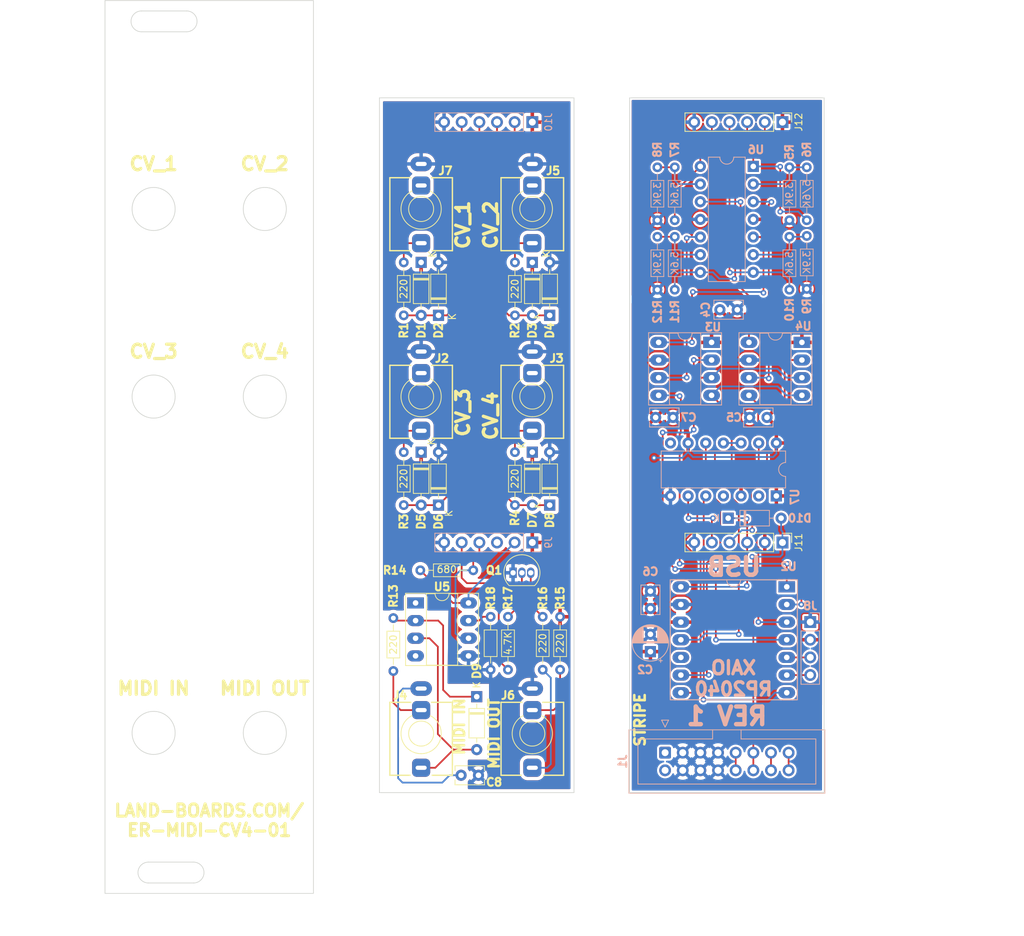
<source format=kicad_pcb>
(kicad_pcb (version 20211014) (generator pcbnew)
  (title_block (title "SYNTH MIDI COMTROLLER") (date "2022-09-23") (rev "1") (company "LAND BOARDS, LLC"))
  (layers (0 "F.Cu" signal) (31 "B.Cu" signal) (34 "B.Paste" user) (35 "F.Paste" user) (36 "B.SilkS" user "B.Silkscreen") (37 "F.SilkS" user "F.Silkscreen") (38 "B.Mask" user) (39 "F.Mask" user) (44 "Edge.Cuts" user))
  (net 0 "")
  (net 1 "+3V3")
  (net 2 "+5V")
  (net 4 "+12V")
  (net 9 "/RXD")
  (net 10 "/MIDI_IN")
  (net 11 "/CV_OUT")
  (net 12 "/GATE_OUT")
  (net 13 "Net-(Q1-Pad3)")
  (net 14 "/CV4")
  (net 15 "/CV3")
  (net 16 "Net-(J8-Pad3)")
  (net 17 "/CV1")
  (net 18 "Net-(J8-Pad4)")
  (net 19 "/CV2")
  (net 22 "GND")
  (net 23 "Net-(U2-Pad7)")
  (net 26 "/LD34*")
  (net 27 "/LD12*")
  (net 28 "/SCK")
  (net 29 "/MOSI")
  (net 30 "Net-(R5-Pad2)")
  (net 31 "Net-(R7-Pad1)")
  (net 32 "Net-(R10-Pad1)")
  (net 33 "Net-(R11-Pad1)")
  (net 35 "Net-(U7-Pad11)")
  (net 36 "/AOUT4")
  (net 37 "/AOUT3")
  (net 38 "/AOUT2")
  (net 39 "/AOUT1")
  (net 40 "/MIDI_GND")
  (net 41 "/MIDI_RTN")
  (net 42 "/CS12*")
  (net 43 "/CS34*")
  (net 46 "/MIDI_RES")
  (net 47 "/MO5")
  (net 48 "/MOLO")
  (net 49 "/RBO")
  (net 50 "/OBF")
  (net 51 "+5VD")
  (net 52 "/CV1_C")
  (net 53 "/CV2_C")
  (net 54 "/CV3_C")
  (net 55 "/CV4_C")
  (net 56 "/CV2_D")
  (net 57 "/CV1_D")
  (net 58 "/CV3_D")
  (net 59 "/CV4_D")
  (net 60 "/OPTOUT-C")
  (net 61 "/RBI-C")
  (net 62 "/OPTOUT-D")
  (net 63 "/RBI-D")
  (footprint "Diode_THT:D_DO-35_SOD27_P7.62mm_Horizontal" (layer "F.Cu") (at 89.5 90.62 90)
    (fp_text reference "D8")
    (fp_text value "BAT41")
  )
  (footprint "Diode_THT:D_DO-35_SOD27_P7.62mm_Horizontal" (layer "F.Cu") (at 73.5 63.31 90)
    (fp_text reference "D2")
    (fp_text value "BAT41")
  )
  (footprint "Resistor_THT:R_Axial_DIN0204_L3.6mm_D1.6mm_P7.62mm_Horizontal" (layer "F.Cu") (at 84.5 63.31 90)
    (fp_text reference "R2")
    (fp_text value "220")
  )
  (footprint "Capacitor_THT:C_Rect_L4.0mm_W2.5mm_P2.50mm" (layer "F.Cu") (at 76.75 129.5)
    (fp_text reference "C8")
    (fp_text value "0.1uF")
  )
  (footprint "Resistor_THT:R_Axial_DIN0204_L3.6mm_D1.6mm_P7.62mm_Horizontal" (layer "F.Cu") (at 84.5 90.62 90)
    (fp_text reference "R4")
    (fp_text value "220")
  )
  (footprint "Resistor_THT:R_Axial_DIN0204_L3.6mm_D1.6mm_P7.62mm_Horizontal" (layer "F.Cu") (at 67 114.5 90)
    (fp_text reference "R13")
    (fp_text value "220")
  )
  (footprint "AudioJacks:Jack_3.5mm_QingPu_WQP-PJ366ST_Vertical" (layer "F.Cu") (at 87 75 180)
    (fp_text reference "J3")
    (fp_text value "AudioJack3")
  )
  (footprint "Package_DIP:DIP-8_W7.62mm_Socket_LongPads" (layer "F.Cu") (at 70.2 104.7)
    (fp_text reference "U5")
    (fp_text value "6N138")
  )
  (footprint "AudioJacks:Jack_3.5mm_QingPu_WQP-PJ366ST_Vertical" (layer "F.Cu") (at 87 48 180)
    (fp_text reference "J5")
    (fp_text value "AudioJack3")
  )
  (footprint "Diode_THT:D_DO-35_SOD27_P7.62mm_Horizontal" (layer "F.Cu") (at 87 55.69 -90)
    (fp_text reference "D3")
    (fp_text value "BAT41")
  )
  (footprint "Diode_THT:D_DO-35_SOD27_P7.62mm_Horizontal" (layer "F.Cu") (at 79 118.19 -90)
    (fp_text reference "D9")
    (fp_text value "BAT41")
  )
  (footprint "Resistor_THT:R_Axial_DIN0204_L3.6mm_D1.6mm_P7.62mm_Horizontal" (layer "F.Cu") (at 68.5 63.31 90)
    (fp_text reference "R1")
    (fp_text value "220")
  )
  (footprint "Diode_THT:D_DO-35_SOD27_P7.62mm_Horizontal" (layer "F.Cu") (at 71 55.69 -90)
    (fp_text reference "D1")
    (fp_text value "BAT41")
  )
  (footprint "Diode_THT:D_DO-35_SOD27_P7.62mm_Horizontal" (layer "F.Cu") (at 87 83 -90)
    (fp_text reference "D7")
    (fp_text value "BAT41")
  )
  (footprint "Diode_THT:D_DO-35_SOD27_P7.62mm_Horizontal" (layer "F.Cu") (at 73.5 90.62 90)
    (fp_text reference "D6")
    (fp_text value "BAT41")
  )
  (footprint "AudioJacks:Jack_3.5mm_QingPu_WQP-PJ366ST_Vertical" (layer "F.Cu") (at 87 123.5 180)
    (fp_text reference "J6")
    (fp_text value "AudioJack3")
  )
  (footprint "Resistor_THT:R_Axial_DIN0204_L3.6mm_D1.6mm_P7.62mm_Horizontal" (layer "F.Cu") (at 68.5 90.62 90)
    (fp_text reference "R3")
    (fp_text value "220")
  )
  (footprint "Diode_THT:D_DO-35_SOD27_P7.62mm_Horizontal" (layer "F.Cu") (at 89.5 63.31 90)
    (fp_text reference "D4")
    (fp_text value "BAT41")
  )
  (footprint "Resistor_THT:R_Axial_DIN0204_L3.6mm_D1.6mm_P7.62mm_Horizontal" (layer "F.Cu") (at 88.5 106.69 -90)
    (fp_text reference "R16")
    (fp_text value "220")
  )
  (footprint "Package_TO_SOT_THT:TO-92_Inline" (layer "F.Cu") (at 84.23 100.36)
    (fp_text reference "Q1")
    (fp_text value "2N3904")
  )
  (footprint "Diode_THT:D_DO-35_SOD27_P7.62mm_Horizontal" (layer "F.Cu") (at 71 83 -90)
    (fp_text reference "D5")
    (fp_text value "BAT41")
  )
  (footprint "Connector_PinHeader_2.54mm:PinHeader_1x06_P2.54mm_Vertical" (layer "F.Cu") (at 123 96 -90)
    (fp_text reference "J11")
    (fp_text value "Conn_01x06")
  )
  (footprint "Resistor_THT:R_Axial_DIN0204_L3.6mm_D1.6mm_P7.62mm_Horizontal" (layer "F.Cu") (at 78.5 100 180)
    (fp_text reference "R14")
    (fp_text value "680")
  )
  (footprint "AudioJacks:Jack_3.5mm_QingPu_WQP-PJ366ST_Vertical" (layer "F.Cu") (at 71 123.5 180)
    (fp_text reference "J4")
    (fp_text value "AudioJack3")
  )
  (footprint "Connector_PinHeader_2.54mm:PinHeader_1x06_P2.54mm_Vertical" (layer "F.Cu") (at 123 35.5 -90)
    (fp_text reference "J12")
    (fp_text value "Conn_01x06")
  )
  (footprint "Resistor_THT:R_Axial_DIN0204_L3.6mm_D1.6mm_P7.62mm_Horizontal" (layer "F.Cu") (at 91 114.31 90)
    (fp_text reference "R15")
    (fp_text value "220")
  )
  (footprint "AudioJacks:Jack_3.5mm_QingPu_WQP-PJ366ST_Vertical" (layer "F.Cu") (at 71 75 180)
    (fp_text reference "J2")
    (fp_text value "AudioJack3")
  )
  (footprint "Resistor_THT:R_Axial_DIN0204_L3.6mm_D1.6mm_P7.62mm_Horizontal" (layer "F.Cu") (at 81 106.69 -90)
    (fp_text reference "R18")
    (fp_text value "1K")
  )
  (footprint "AudioJacks:Jack_3.5mm_QingPu_WQP-PJ366ST_Vertical" (layer "F.Cu") (at 71 48 180)
    (fp_text reference "J7")
    (fp_text value "AudioJack3")
  )
  (footprint "Resistor_THT:R_Axial_DIN0204_L3.6mm_D1.6mm_P7.62mm_Horizontal" (layer "F.Cu") (at 83.5 106.69 -90)
    (fp_text reference "R17")
    (fp_text value "4.7K")
  )
  (footprint "Capacitor_THT:CP_Radial_D5.0mm_P2.50mm" (layer "B.Cu") (at 104 111.705113 90)
    (fp_text reference "C2")
    (fp_text value "10uF")
  )
  (footprint "Resistor_THT:R_Axial_DIN0204_L3.6mm_D1.6mm_P7.62mm_Horizontal" (layer "B.Cu") (at 107.5 52 -90)
    (fp_text reference "R11")
    (fp_text value "5.6K")
  )
  (footprint "Resistor_THT:R_Axial_DIN0204_L3.6mm_D1.6mm_P7.62mm_Horizontal" (layer "B.Cu") (at 124 52 -90)
    (fp_text reference "R10")
    (fp_text value "5.6K")
  )
  (footprint "Capacitor_THT:C_Rect_L4.0mm_W2.5mm_P2.50mm" (layer "B.Cu") (at 120.777 78 180)
    (fp_text reference "C5")
    (fp_text value "0.1uF")
  )
  (footprint "Connector_PinHeader_2.54mm:PinHeader_1x06_P2.54mm_Vertical" (layer "B.Cu") (at 87 35.5 90)
    (fp_text reference "J10")
    (fp_text value "Conn_01x06")
  )
  (footprint "Resistor_THT:R_Axial_DIN0204_L3.6mm_D1.6mm_P7.62mm_Horizontal" (layer "B.Cu") (at 107.5 42 -90)
    (fp_text reference "R7")
    (fp_text value "5.6K")
  )
  (footprint "Package_DIP:DIP-8_W7.62mm_Socket_LongPads" (layer "B.Cu") (at 112.8 67.2 180)
    (fp_text reference "U3")
    (fp_text value "MCP4822-E/P")
  )
  (footprint "Diode_THT:D_DO-35_SOD27_P7.62mm_Horizontal" (layer "B.Cu") (at 115.19 92.5)
    (fp_text reference "D10")
    (fp_text value "BAT41")
  )
  (footprint "Capacitor_THT:C_Rect_L4.0mm_W2.5mm_P2.50mm" (layer "B.Cu") (at 104.75 78)
    (fp_text reference "C7")
    (fp_text value "0.1uF")
  )
  (footprint "Package_DIP:DIP-8_W7.62mm_Socket_LongPads" (layer "B.Cu") (at 125.8 67.2 180)
    (fp_text reference "U4")
    (fp_text value "MCP4822-E/P")
  )
  (footprint "Resistor_THT:R_Axial_DIN0204_L3.6mm_D1.6mm_P7.62mm_Horizontal" (layer "B.Cu") (at 126.5 42 -90)
    (fp_text reference "R6")
    (fp_text value "5/6K")
  )
  (footprint "Package_DIP:DIP-14_W7.62mm" (layer "B.Cu") (at 118.8 41.875 180)
    (fp_text reference "U6")
    (fp_text value "MCP6234")
  )
  (footprint "Resistor_THT:R_Axial_DIN0204_L3.6mm_D1.6mm_P7.62mm_Horizontal" (layer "B.Cu") (at 124 49.62 90)
    (fp_text reference "R5")
    (fp_text value "3.9K")
  )
  (footprint "Connector_IDC:IDC-Header_2x08_P2.54mm_Vertical" (layer "B.Cu") (at 106.11 126.2475 -90)
    (fp_text reference "J1")
    (fp_text value "Conn_02x08_Odd_Even")
  )
  (footprint "LandBoards_BoardOutlines:QT_Py" (layer "B.Cu") (at 123.62 102.38 180)
    (fp_text reference "U2")
    (fp_text value "XIAO_RP2040")
  )
  (footprint "Capacitor_THT:C_Rect_L4.0mm_W2.5mm_P2.50mm" (layer "B.Cu") (at 114 62.5)
    (fp_text reference "C4")
    (fp_text value "0.1uF")
  )
  (footprint "Capacitor_THT:C_Rect_L4.0mm_W2.5mm_P2.50mm" (layer "B.Cu") (at 104 105.5 90)
    (fp_text reference "C6")
    (fp_text value "0.1uF")
  )
  (footprint "Connector_PinHeader_2.54mm:PinHeader_1x04_P2.54mm_Vertical" (layer "B.Cu") (at 127 107.452 180)
    (fp_text reference "J8")
    (fp_text value "Conn_01x04")
  )
  (footprint "Resistor_THT:R_Axial_DIN0204_L3.6mm_D1.6mm_P7.62mm_Horizontal" (layer "B.Cu") (at 105 49.62 90)
    (fp_text reference "R8")
    (fp_text value "3.9K")
  )
  (footprint "Connector_PinHeader_2.54mm:PinHeader_1x06_P2.54mm_Vertical" (layer "B.Cu") (at 87 96 90)
    (fp_text reference "J9")
    (fp_text value "Conn_01x06")
  )
  (footprint "Resistor_THT:R_Axial_DIN0204_L3.6mm_D1.6mm_P7.62mm_Horizontal" (layer "B.Cu") (at 126.5 59.5 90)
    (fp_text reference "R9")
    (fp_text value "3.9K")
  )
  (footprint "Resistor_THT:R_Axial_DIN0204_L3.6mm_D1.6mm_P7.62mm_Horizontal" (layer "B.Cu") (at 105 59.62 90)
    (fp_text reference "R12")
    (fp_text value "3.9K")
  )
  (footprint "Package_DIP:DIP-14_W7.62mm" (layer "B.Cu") (at 122.125 89.3 90)
    (fp_text reference "U7")
    (fp_text value "74HC14")
  )
  (gr_circle (center 48.5 75) (end 51.6 75) (layer "Edge.Cuts") (width 0.1) (fill none))
  (gr_arc (start 37.25 19.5) (mid 38.75 21) (end 37.25 22.5) (layer "Edge.Cuts") (width 0.1))
  (gr_rect (start 101 32) (end 129 132) (layer "Edge.Cuts") (width 0.1) (fill none))
  (gr_line (start 30.75 19.5) (end 37.25 19.5) (layer "Edge.Cuts") (width 0.1))
  (gr_arc (start 31.75 145) (mid 30.25 143.5) (end 31.75 142) (layer "Edge.Cuts") (width 0.1))
  (gr_rect (start 25.5 18) (end 55.5 146.5) (layer "Edge.Cuts") (width 0.1) (fill none))
  (gr_circle (center 32.5 48) (end 35.6 48) (layer "Edge.Cuts") (width 0.1) (fill none))
  (gr_circle (center 48.5 123.4) (end 51.6 123.4) (layer "Edge.Cuts") (width 0.1) (fill none))
  (gr_line (start 30.75 22.5) (end 37.25 22.5) (layer "Edge.Cuts") (width 0.1))
  (gr_line (start 31.75 142) (end 38.25 142) (layer "Edge.Cuts") (width 0.1))
  (gr_line (start 31.75 145) (end 38.25 145) (layer "Edge.Cuts") (width 0.1))
  (gr_circle (center 32.5 75) (end 35.6 75) (layer "Edge.Cuts") (width 0.1) (fill none))
  (gr_rect (start 65 32) (end 93 132) (layer "Edge.Cuts") (width 0.1) (fill none))
  (gr_arc (start 30.75 22.5) (mid 29.25 21) (end 30.75 19.5) (layer "Edge.Cuts") (width 0.1))
  (gr_circle (center 32.5 123.4) (end 35.6 123.4) (layer "Edge.Cuts") (width 0.1) (fill none))
  (gr_circle (center 48.5 48) (end 51.6 48) (layer "Edge.Cuts") (width 0.1) (fill none))
  (gr_arc (start 38.25 142) (mid 39.75 143.5) (end 38.25 145) (layer "Edge.Cuts") (width 0.1))
  (gr_text "XAIO\nRP2040" (at 115.951 115.57) (layer "B.SilkS") (effects (font (size 1.905 1.905) (thickness 0.47625)) (justify mirror)))
  (gr_text "REV 1" (at 115 121) (layer "B.SilkS") (effects (font (size 2.54 2.54) (thickness 0.635)) (justify mirror)))
  (gr_text "USB" (at 116 99.5) (layer "B.SilkS") (effects (font (size 2.54 2.54) (thickness 0.635)) (justify mirror)))
  (gr_text "STRIPE" (at 102.5 121.5 90) (layer "F.SilkS") (effects (font (size 1.5 1.5) (thickness 0.375))))
  (gr_text "MIDI OUT" (at 48.5 117) (layer "F.SilkS") (effects (font (size 1.8796 1.905) (thickness 0.4699))))
  (gr_text "CV_3" (at 77 81 90) (layer "F.SilkS") (effects (font (size 1.8796 1.905) (thickness 0.4699)) (justify left)))
  (gr_text "CV_1" (at 77 54 90) (layer "F.SilkS") (effects (font (size 1.8796 1.905) (thickness 0.4699)) (justify left)))
  (gr_text "MIDI IN" (at 32.5 117) (layer "F.SilkS") (effects (font (size 1.8796 1.905) (thickness 0.4699))))
  (gr_text "CV_2\n" (at 48.5 41.5) (layer "F.SilkS") (effects (font (size 1.8796 1.905) (thickness 0.4699))))
  (gr_text "MIDI OUT" (at 81.5 123.5 90) (layer "F.SilkS") (effects (font (size 1.5 1.5) (thickness 0.375))))
  (gr_text "CV_4" (at 81 81.5 90) (layer "F.SilkS") (effects (font (size 1.905 1.905) (thickness 0.47625)) (justify left)))
  (gr_text "CV_4" (at 48.5 68.5) (layer "F.SilkS") (effects (font (size 1.8796 1.905) (thickness 0.4699))))
  (gr_text "CV_3" (at 32.5 68.5) (layer "F.SilkS") (effects (font (size 1.8796 1.905) (thickness 0.4699))))
  (gr_text "CV_2" (at 81 54 90) (layer "F.SilkS") (effects (font (size 1.8796 1.905) (thickness 0.4699)) (justify left)))
  (gr_text "MIDI IN" (at 76.5 122.5 90) (layer "F.SilkS") (effects (font (size 1.5 1.5) (thickness 0.375))))
  (gr_text "LAND-BOARDS.COM/\nER-MIDI-CV4-01" (at 40.5 136) (layer "F.SilkS") (effects (font (size 1.75 1.75) (thickness 0.4375))))
  (gr_text "CV_1" (at 32.5 41.5) (layer "F.SilkS") (effects (font (size 1.8796 1.905) (thickness 0.4699))))
  (segment (start 77.82 104.7) (end 75.58 104.7) (width 0.25) (layer "F.Cu") (net 1))
  (segment (start 75.58 104.7) (end 70.88 100) (width 0.25) (layer "F.Cu") (net 1))
  (via (at 104.521 83.82) (size 0.8) (drill 0.4) (layers "F.Cu" "B.Cu") (net 1))
  (segment (start 122.125 83.234) (end 122.125 81.68) (width 0.25) (layer "B.Cu") (net 1))
  (segment (start 108.585 83.82) (end 104.521 83.82) (width 0.25) (layer "B.Cu") (net 1))
  (segment (start 109.425 83.009) (end 110.109 83.693) (width 0.25) (layer "B.Cu") (net 1))
  (segment (start 108.585 83.82) (end 109.425 82.98) (width 0.25) (layer "B.Cu") (net 1))
  (segment (start 81.086 99.374) (end 84.46 96) (width 0.25) (layer "B.Cu") (net 1))
  (segment (start 77.82 104.7) (end 77.82 103.282) (width 0.25) (layer "B.Cu") (net 1))
  (segment (start 81.086 100.016) (end 81.086 99.374) (width 0.25) (layer "B.Cu") (net 1))
  (segment (start 109.425 81.68) (end 109.425 83.009) (width 0.25) (layer "B.Cu") (net 1))
  (segment (start 77.82 103.282) (end 81.086 100.016) (width 0.25) (layer "B.Cu") (net 1))
  (segment (start 121.666 83.693) (end 122.125 83.234) (width 0.25) (layer "B.Cu") (net 1))
  (segment (start 110.109 83.693) (end 121.666 83.693) (width 0.25) (layer "B.Cu") (net 1))
  (segment (start 118.81 126.2475) (end 118.81 98.2095) (width 0.25) (layer "F.Cu") (net 2))
  (segment (start 118.81 98.2095) (end 118.6445 98.044) (width 0.25) (layer "F.Cu") (net 2))
  (segment (start 118.81 128.7875) (end 118.81 126.2475) (width 0.25) (layer "F.Cu") (net 2))
  (via (at 118.6445 98.044) (size 0.8) (drill 0.4) (layers "F.Cu" "B.Cu") (net 2))
  (segment (start 123 97.726) (end 123 96) (width 0.25) (layer "B.Cu") (net 2))
  (segment (start 122.81 94.235) (end 123 94.425) (width 0.25) (layer "B.Cu") (net 2))
  (segment (start 122.81 92.5) (end 122.81 94.235) (width 0.25) (layer "B.Cu") (net 2))
  (segment (start 118.6445 98.044) (end 122.682 98.044) (width 0.25) (layer "B.Cu") (net 2))
  (segment (start 123 96) (end 123 94.425) (width 0.25) (layer "B.Cu") (net 2))
  (segment (start 122.682 98.044) (end 123 97.726) (width 0.25) (layer "B.Cu") (net 2))
  (segment (start 116.27 128.7875) (end 116.27 126.2475) (width 0.25) (layer "F.Cu") (net 4))
  (segment (start 110.472 117.62) (end 111.215969 116.876031) (width 0.25) (layer "F.Cu") (net 9))
  (segment (start 110.744 93.89499) (end 110.744 86.233) (width 0.25) (layer "F.Cu") (net 9))
  (segment (start 111.215969 98.576979) (end 109.125489 96.486499) (width 0.25) (layer "F.Cu") (net 9))
  (segment (start 111.965 81.68) (end 111.965 85.012) (width 0.25) (layer "F.Cu") (net 9))
  (segment (start 111.965 85.012) (end 110.744 86.233) (width 0.25) (layer "F.Cu") (net 9))
  (segment (start 109.125489 95.513501) (end 110.744 93.89499) (width 0.25) (layer "F.Cu") (net 9))
  (segment (start 111.215969 116.876031) (end 111.215969 98.576979) (width 0.25) (layer "F.Cu") (net 9))
  (segment (start 108.38 117.62) (end 110.472 117.62) (width 0.25) (layer "F.Cu") (net 9))
  (segment (start 109.125489 96.486499) (end 109.125489 95.513501) (width 0.25) (layer "F.Cu") (net 9))
  (segment (start 67 114.5) (end 67 119.07) (width 0.25) (layer "F.Cu") (net 10))
  (segment (start 68.05 120.12) (end 71 120.12) (width 0.25) (layer "F.Cu") (net 10))
  (segment (start 67 119.07) (end 68.05 120.12) (width 0.25) (layer "F.Cu") (net 10))
  (segment (start 121.35 128.7875) (end 121.35 126.2475) (width 0.25) (layer "F.Cu") (net 11))
  (segment (start 123.89 128.7875) (end 123.89 126.2475) (width 0.25) (layer "F.Cu") (net 12))
  (segment (start 86.77 104.96) (end 88.5 106.69) (width 0.25) (layer "F.Cu") (net 13))
  (segment (start 86.77 100.36) (end 86.77 104.96) (width 0.25) (layer "F.Cu") (net 13))
  (segment (start 84.5 80.6) (end 84.5 83) (width 0.25) (layer "F.Cu") (net 14))
  (segment (start 85.18 79.92) (end 84.5 80.6) (width 0.25) (layer "F.Cu") (net 14))
  (segment (start 87 79.92) (end 85.18 79.92) (width 0.25) (layer "F.Cu") (net 14))
  (segment (start 69.145 79.92) (end 68.5 80.565) (width 0.25) (layer "F.Cu") (net 15))
  (segment (start 68.5 80.565) (end 68.5 83) (width 0.25) (layer "F.Cu") (net 15))
  (segment (start 71 79.92) (end 69.145 79.92) (width 0.25) (layer "F.Cu") (net 15))
  (segment (start 123.62 112.54) (end 126.992 112.54) (width 0.25) (layer "F.Cu") (net 16))
  (segment (start 69.08 52.92) (end 68.5 53.5) (width 0.25) (layer "F.Cu") (net 17))
  (segment (start 68.5 53.5) (end 68.5 55.69) (width 0.25) (layer "F.Cu") (net 17))
  (segment (start 71 52.92) (end 69.08 52.92) (width 0.25) (layer "F.Cu") (net 17))
  (segment (start 123.62 115.08) (end 126.992 115.08) (width 0.25) (layer "F.Cu") (net 18))
  (segment (start 84.5 53.549) (end 84.5 55.69) (width 0.25) (layer "F.Cu") (net 19))
  (segment (start 85.129 52.92) (end 84.5 53.549) (width 0.25) (layer "F.Cu") (net 19))
  (segment (start 87 52.92) (end 85.129 52.92) (width 0.25) (layer "F.Cu") (net 19))
  (segment (start 111.665489 89.599511) (end 111.665489 118.585511) (width 0.25) (layer "F.Cu") (net 23))
  (segment (start 111.665489 118.585511) (end 111.633 118.618) (width 0.25) (layer "F.Cu") (net 23))
  (via (at 111.633 118.618) (size 0.8) (drill 0.4) (layers "F.Cu" "B.Cu") (net 23))
  (segment (start 111.633 118.618) (end 120.904 118.618) (width 0.25) (layer "B.Cu") (net 23))
  (segment (start 120.904 118.618) (end 121.902 117.62) (width 0.25) (layer "B.Cu") (net 23))
  (segment (start 121.902 117.62) (end 123.62 117.62) (width 0.25) (layer "B.Cu") (net 23))
  (segment (start 123.698 99.06) (end 123.62 99.138) (width 0.25) (layer "F.Cu") (net 26))
  (segment (start 108.204 74.93) (end 108.374511 75.100511) (width 0.25) (layer "F.Cu") (net 26))
  (segment (start 108.374511 80.220489) (end 108.204 80.391) (width 0.25) (layer "F.Cu") (net 26))
  (segment (start 108.204 80.391) (end 108.204 99.06) (width 0.25) (layer "F.Cu") (net 26))
  (segment (start 123.62 99.138) (end 123.62 102.38) (width 0.25) (layer "F.Cu") (net 26))
  (segment (start 108.374511 75.100511) (end 108.374511 80.220489) (width 0.25) (layer "F.Cu") (net 26))
  (via (at 108.204 74.93) (size 0.8) (drill 0.4) (layers "F.Cu" "B.Cu") (net 26))
  (via (at 108.204 99.06) (size 0.8) (drill 0.4) (layers "F.Cu" "B.Cu") (net 26))
  (via (at 123.698 99.06) (size 0.8) (drill 0.4) (layers "F.Cu" "B.Cu") (net 26))
  (segment (start 108.204 99.06) (end 123.698 99.06) (width 0.25) (layer "B.Cu") (net 26))
  (segment (start 108.094 74.82) (end 108.204 74.93) (width 0.25) (layer "B.Cu") (net 26))
  (segment (start 105.18 74.82) (end 108.094 74.82) (width 0.25) (layer "B.Cu") (net 26))
  (segment (start 119.507 76.147) (end 118.18 74.82) (width 0.25) (layer "F.Cu") (net 27))
  (segment (start 119.5345 96.73551) (end 119.285489 96.486499) (width 0.25) (layer "F.Cu") (net 27))
  (segment (start 120.777 80.518) (end 119.507 79.248) (width 0.25) (layer "F.Cu") (net 27))
  (segment (start 120.777 93.091) (end 120.777 80.518) (width 0.25) (layer "F.Cu") (net 27))
  (segment (start 119.5345 107.442) (end 119.5345 96.73551) (width 0.25) (layer "F.Cu") (net 27))
  (segment (start 119.285489 94.582511) (end 120.777 93.091) (width 0.25) (layer "F.Cu") (net 27))
  (segment (start 119.285489 96.486499) (end 119.285489 94.582511) (width 0.25) (layer "F.Cu") (net 27))
  (segment (start 119.507 79.248) (end 119.507 76.147) (width 0.25) (layer "F.Cu") (net 27))
  (via (at 119.5345 107.442) (size 0.8) (drill 0.4) (layers "F.Cu" "B.Cu") (net 27))
  (segment (start 119.5525 107.46) (end 119.5345 107.442) (width 0.25) (layer "B.Cu") (net 27))
  (segment (start 123.62 107.46) (end 119.5525 107.46) (width 0.25) (layer "B.Cu") (net 27))
  (segment (start 114.046 97.028) (end 114.046 90.4313) (width 0.25) (layer "F.Cu") (net 28))
  (segment (start 113.284 89.6693) (end 113.284 79.375) (width 0.25) (layer "F.Cu") (net 28))
  (segment (start 112.115009 98.958991) (end 114.046 97.028) (width 0.25) (layer "F.Cu") (net 28))
  (segment (start 112.389989 115.062) (end 112.115009 114.78702) (width 0.25) (layer "F.Cu") (net 28))
  (segment (start 113.284 79.375) (end 110.871 76.962) (width 0.25) (layer "F.Cu") (net 28))
  (segment (start 110.871 76.962) (end 110.871 72.771) (width 0.25) (layer "F.Cu") (net 28))
  (segment (start 110.871 72.771) (end 111.362 72.28) (width 0.25) (layer "F.Cu") (net 28))
  (segment (start 112.115009 114.78702) (end 112.115009 98.958991) (width 0.25) (layer "F.Cu") (net 28))
  (segment (start 114.046 90.4313) (end 113.284 89.6693) (width 0.25) (layer "F.Cu") (net 28))
  (segment (start 111.362 72.28) (end 112.8 72.28) (width 0.25) (layer "F.Cu") (net 28))
  (via (at 112.389989 115.062) (size 0.8) (drill 0.4) (layers "F.Cu" "B.Cu") (net 28))
  (segment (start 112.371989 115.08) (end 112.389989 115.062) (width 0.25) (layer "B.Cu") (net 28))
  (segment (start 114.087 70.993) (end 122.301 70.993) (width 0.25) (layer "B.Cu") (net 28))
  (segment (start 112.8 72.28) (end 114.087 70.993) (width 0.25) (layer "B.Cu") (net 28))
  (segment (start 122.301 70.993) (end 123.588 72.28) (width 0.25) (layer "B.Cu") (net 28))
  (segment (start 108.38 115.08) (end 112.371989 115.08) (width 0.25) (layer "B.Cu") (net 28))
  (segment (start 123.588 72.28) (end 125.8 72.28) (width 0.25) (layer "B.Cu") (net 28))
  (segment (start 115.697 89.5423) (end 115.697 77.717) (width 0.25) (layer "F.Cu") (net 29))
  (segment (start 116.713 90.5583) (end 115.697 89.5423) (width 0.25) (layer "F.Cu") (net 29))
  (segment (start 115.697 77.717) (end 112.8 74.82) (width 0.25) (layer "F.Cu") (net 29))
  (segment (start 116.713 109.22) (end 116.713 90.5583) (width 0.25) (layer "F.Cu") (net 29))
  (via (at 116.713 109.22) (size 0.8) (drill 0.4) (layers "F.Cu" "B.Cu") (net 29))
  (segment (start 112.8 74.82) (end 114.087 73.533) (width 0.25) (layer "B.Cu") (net 29))
  (segment (start 114.087 73.533) (end 122.301 73.533) (width 0.25) (layer "B.Cu") (net 29))
  (segment (start 123.588 74.82) (end 125.8 74.82) (width 0.25) (layer "B.Cu") (net 29))
  (segment (start 116.586 109.093) (end 116.713 109.22) (width 0.25) (layer "B.Cu") (net 29))
  (segment (start 108.38 110) (end 110.98 110) (width 0.25) (layer "B.Cu") (net 29))
  (segment (start 111.887 109.093) (end 116.586 109.093) (width 0.25) (layer "B.Cu") (net 29))
  (segment (start 110.98 110) (end 111.887 109.093) (width 0.25) (layer "B.Cu") (net 29))
  (segment (start 122.301 73.533) (end 123.588 74.82) (width 0.25) (layer "B.Cu") (net 29))
  (segment (start 124 42) (end 126.5 42) (width 0.25) (layer "B.Cu") (net 30))
  (segment (start 123.352 44.415) (end 124 43.767) (width 0.25) (layer "B.Cu") (net 30))
  (segment (start 124 43.767) (end 124 42) (width 0.25) (layer "B.Cu") (net 30))
  (segment (start 118.8 44.415) (end 123.352 44.415) (width 0.25) (layer "B.Cu") (net 30))
  (segment (start 105 42) (end 107.5 42) (width 0.25) (layer "F.Cu") (net 31))
  (segment (start 108.042 44.415) (end 107.5 43.873) (width 0.25) (layer "B.Cu") (net 31))
  (segment (start 107.5 43.873) (end 107.5 42) (width 0.25) (layer "B.Cu") (net 31))
  (segment (start 111.18 44.415) (end 108.042 44.415) (width 0.25) (layer "B.Cu") (net 31))
  (segment (start 118.8 54.575) (end 123.225 54.575) (width 0.25) (layer "B.Cu") (net 32))
  (segment (start 124 53.8) (end 124 52) (width 0.25) (layer "B.Cu") (net 32))
  (segment (start 124 52) (end 126.38 52) (width 0.25) (layer "B.Cu") (net 32))
  (segment (start 123.225 54.575) (end 124 53.8) (width 0.25) (layer "B.Cu") (net 32))
  (segment (start 105 52) (end 107.5 52) (width 0.25) (layer "F.Cu") (net 33))
  (segment (start 107.5 52) (end 107.5 54.033) (width 0.25) (layer "B.Cu") (net 33))
  (segment (start 107.5 54.033) (end 108.042 54.575) (width 0.25) (layer "B.Cu") (net 33))
  (segment (start 108.042 54.575) (end 111.18 54.575) (width 0.25) (layer "B.Cu") (net 33))
  (segment (start 117.045 81.68) (end 114.505 81.68) (width 0.25) (layer "B.Cu") (net 35))
  (segment (start 109.22 52.197) (end 109.22 72.263) (width 0.25) (layer "F.Cu") (net 36))
  (via (at 109.22 72.263) (size 0.8) (drill 0.4) (layers "F.Cu" "B.Cu") (net 36))
  (via (at 109.22 52.197) (size 0.8) (drill 0.4) (layers "F.Cu" "B.Cu") (net 36))
  (segment (start 109.382 52.035) (end 109.22 52.197) (width 0.25) (layer "B.Cu") (net 36))
  (segment (start 109.203 72.28) (end 105.18 72.28) (width 0.25) (layer "B.Cu") (net 36))
  (segment (start 109.22 72.263) (end 109.203 72.28) (width 0.25) (layer "B.Cu") (net 36))
  (segment (start 111.18 52.035) (end 109.382 52.035) (width 0.25) (layer "B.Cu") (net 36))
  (segment (start 120.269 52.451) (end 119.853 52.035) (width 0.25) (layer "F.Cu") (net 37))
  (segment (start 109.982 67.183) (end 109.982 60.071) (width 0.25) (layer "F.Cu") (net 37))
  (segment (start 109.982 60.071) (end 110.109 59.944) (width 0.25) (layer "F.Cu") (net 37))
  (segment (start 120.269 60.071) (end 120.269 52.451) (width 0.25) (layer "F.Cu") (net 37))
  (segment (start 119.853 52.035) (end 118.8 52.035) (width 0.25) (layer "F.Cu") (net 37))
  (via (at 110.109 59.944) (size 0.8) (drill 0.4) (layers "F.Cu" "B.Cu") (net 37))
  (via (at 109.982 67.183) (size 0.8) (drill 0.4) (layers "F.Cu" "B.Cu") (net 37))
  (via (at 120.269 60.071) (size 0.8) (drill 0.4) (layers "F.Cu" "B.Cu") (net 37))
  (segment (start 109.965 67.2) (end 109.982 67.183) (width 0.25) (layer "B.Cu") (net 37))
  (segment (start 105.18 67.2) (end 109.965 67.2) (width 0.25) (layer "B.Cu") (net 37))
  (segment (start 110.109 59.944) (end 120.142 59.944) (width 0.25) (layer "B.Cu") (net 37))
  (segment (start 120.142 59.944) (end 120.269 60.071) (width 0.25) (layer "B.Cu") (net 37))
  (segment (start 121.031 72.39) (end 121.031 47.371) (width 0.25) (layer "F.Cu") (net 38))
  (segment (start 121.031 47.371) (end 121.412 46.99) (width 0.25) (layer "F.Cu") (net 38))
  (via (at 121.412 46.99) (size 0.8) (drill 0.4) (layers "F.Cu" "B.Cu") (net 38))
  (via (at 121.031 72.39) (size 0.8) (drill 0.4) (layers "F.Cu" "B.Cu") (net 38))
  (segment (start 118.18 72.28) (end 120.921 72.28) (width 0.25) (layer "B.Cu") (net 38))
  (segment (start 120.921 72.28) (end 121.031 72.39) (width 0.25) (layer "B.Cu") (net 38))
  (segment (start 121.377 46.955) (end 118.8 46.955) (width 0.25) (layer "B.Cu") (net 38))
  (segment (start 121.412 46.99) (end 121.377 46.955) (width 0.25) (layer "B.Cu") (net 38))
  (segment (start 118.18 60.522) (end 116.967 59.309) (width 0.25) (layer "F.Cu") (net 39))
  (segment (start 116.967 59.309) (end 116.967 46.99) (width 0.25) (layer "F.Cu") (net 39))
  (segment (start 118.18 67.2) (end 118.18 60.522) (width 0.25) (layer "F.Cu") (net 39))
  (via (at 116.967 46.99) (size 0.8) (drill 0.4) (layers "F.Cu" "B.Cu") (net 39))
  (segment (start 116.932 46.955) (end 116.967 46.99) (width 0.25) (layer "B.Cu") (net 39))
  (segment (start 111.18 46.955) (end 116.932 46.955) (width 0.25) (layer "B.Cu") (net 39))
  (segment (start 75.097 129.5) (end 76.75 129.5) (width 0.25) (layer "B.Cu") (net 40))
  (segment (start 67.691 129.921) (end 68.326 130.556) (width 0.25) (layer "B.Cu") (net 40))
  (segment (start 68.326 130.556) (end 74.041 130.556) (width 0.25) (layer "B.Cu") (net 40))
  (segment (start 68.4 117.02) (end 67.691 117.729) (width 0.25) (layer "B.Cu") (net 40))
  (segment (start 67.691 117.729) (end 67.691 129.921) (width 0.25) (layer "B.Cu") (net 40))
  (segment (start 74.041 130.556) (end 75.097 129.5) (width 0.25) (layer "B.Cu") (net 40))
  (segment (start 71 117.02) (end 68.4 117.02) (width 0.25) (layer "B.Cu") (net 40))
  (segment (start 72.188 109.78) (end 73.406 110.998) (width 0.25) (layer "F.Cu") (net 41))
  (segment (start 71 128.42) (end 73.035 128.42) (width 0.25) (layer "F.Cu") (net 41))
  (segment (start 73.035 128.42) (end 75.645 125.81) (width 0.25) (layer "F.Cu") (net 41))
  (segment (start 73.406 110.998) (end 73.406 123.571) (width 0.25) (layer "F.Cu") (net 41))
  (segment (start 70.2 109.78) (end 72.188 109.78) (width 0.25) (layer "F.Cu") (net 41))
  (segment (start 75.645 125.81) (end 79 125.81) (width 0.25) (layer "F.Cu") (net 41))
  (segment (start 73.406 123.571) (end 75.645 125.81) (width 0.25) (layer "F.Cu") (net 41))
  (segment (start 125.73 104.902) (end 125.73 77.978) (width 0.25) (layer "F.Cu") (net 42))
  (segment (start 125.73 77.978) (end 123.317 75.565) (width 0.25) (layer "F.Cu") (net 42))
  (segment (start 123.317 70.358) (end 123.935 69.74) (width 0.25) (layer "F.Cu") (net 42))
  (segment (start 123.317 75.565) (end 123.317 70.358) (width 0.25) (layer "F.Cu") (net 42))
  (segment (start 125.712 104.92) (end 125.73 104.902) (width 0.25) (layer "F.Cu") (net 42))
  (segment (start 123.935 69.74) (end 125.8 69.74) (width 0.25) (layer "F.Cu") (net 42))
  (via (at 125.712 104.92) (size 0.8) (drill 0.4) (layers "F.Cu" "B.Cu") (net 42))
  (segment (start 123.62 104.92) (end 125.712 104.92) (width 0.25) (layer "B.Cu") (net 42))
  (segment (start 110.236 79.756) (end 110.236 69.723) (width 0.25) (layer "F.Cu") (net 43))
  (segment (start 107.564134 99.827839) (end 105.760489 98.024194) (width 0.25) (layer "F.Cu") (net 43))
  (segment (start 113.411 109.982) (end 113.411 99.7845) (width 0.25) (layer "F.Cu") (net 43))
  (segment (start 113.429 110) (end 113.411 109.982) (width 0.25) (layer "F.Cu") (net 43))
  (segment (start 105.760489 98.024194) (end 105.760489 80.167511) (width 0.25) (layer "F.Cu") (net 43))
  (via (at 105.760489 80.167511) (size 0.8) (drill 0.4) (layers "F.Cu" "B.Cu") (net 43))
  (via (at 113.411 99.7845) (size 0.8) (drill 0.4) (layers "F.Cu" "B.Cu") (net 43))
  (via (at 110.236 69.723) (size 0.8) (drill 0.4) (layers "F.Cu" "B.Cu") (net 43))
  (via (at 113.429 110) (size 0.8) (drill 0.4) (layers "F.Cu" "B.Cu") (net 43))
  (via (at 107.564134 99.827839) (size 0.8) (drill 0.4) (layers "F.Cu" "B.Cu") (net 43))
  (via (at 110.236 79.756) (size 0.8) (drill 0.4) (layers "F.Cu" "B.Cu") (net 43))
  (segment (start 107.607473 99.7845) (end 107.564134 99.827839) (width 0.25) (layer "B.Cu") (net 43))
  (segment (start 123.62 110) (end 113.429 110) (width 0.25) (layer "B.Cu") (net 43))
  (segment (start 109.824489 80.167511) (end 110.236 79.756) (width 0.25) (layer "B.Cu") (net 43))
  (segment (start 113.411 99.7845) (end 107.607473 99.7845) (width 0.25) (layer "B.Cu") (net 43))
  (segment (start 105.760489 80.167511) (end 109.824489 80.167511) (width 0.25) (layer "B.Cu") (net 43))
  (segment (start 112.8 69.74) (end 110.253 69.74) (width 0.25) (layer "B.Cu") (net 43))
  (segment (start 110.253 69.74) (end 110.236 69.723) (width 0.25) (layer "B.Cu") (net 43))
  (segment (start 70.2 107.24) (end 73.458 107.24) (width 0.25) (layer "F.Cu") (net 46))
  (segment (start 75.137 118.19) (end 79 118.19) (width 0.25) (layer "F.Cu") (net 46))
  (segment (start 74.168 107.95) (end 74.168 117.221) (width 0.25) (layer "F.Cu") (net 46))
  (segment (start 73.458 107.24) (end 74.168 107.95) (width 0.25) (layer "F.Cu") (net 46))
  (segment (start 74.168 117.221) (end 75.137 118.19) (width 0.25) (layer "F.Cu") (net 46))
  (segment (start 70.2 107.24) (end 67.36 107.24) (width 0.25) (layer "F.Cu") (net 46))
  (segment (start 91 119.185) (end 91 114.31) (width 0.25) (layer "F.Cu") (net 47))
  (segment (start 90.065 120.12) (end 91 119.185) (width 0.25) (layer "F.Cu") (net 47))
  (segment (start 87 120.12) (end 90.065 120.12) (width 0.25) (layer "F.Cu") (net 47))
  (segment (start 89.131 128.42) (end 89.662 127.889) (width 0.25) (layer "B.Cu") (net 48))
  (segment (start 87 128.42) (end 89.131 128.42) (width 0.25) (layer "B.Cu") (net 48))
  (segment (start 89.662 127.889) (end 89.662 115.472) (width 0.25) (layer "B.Cu") (net 48))
  (segment (start 89.662 115.472) (end 88.5 114.31) (width 0.25) (layer "B.Cu") (net 48))
  (segment (start 85.5 104.69) (end 83.5 106.69) (width 0.25) (layer "F.Cu") (net 49))
  (segment (start 85.5 100.36) (end 85.5 104.69) (width 0.25) (layer "F.Cu") (net 49))
  (segment (start 79.343 107.24) (end 79.893 106.69) (width 0.25) (layer "F.Cu") (net 50))
  (segment (start 79.893 106.69) (end 81 106.69) (width 0.25) (layer "F.Cu") (net 50))
  (segment (start 77.82 107.24) (end 79.343 107.24) (width 0.25) (layer "F.Cu") (net 50))
  (segment (start 117.856 102.235) (end 117.92 102.171) (width 0.25) (layer "F.Cu") (net 51))
  (segment (start 117.92 96) (end 117.92 92.647) (width 0.25) (layer "F.Cu") (net 51))
  (segment (start 117.92 92.647) (end 117.856 92.583) (width 0.25) (layer "F.Cu") (net 51))
  (segment (start 117.92 102.171) (end 117.92 96) (width 0.25) (layer "F.Cu") (net 51))
  (via (at 117.856 102.235) (size 0.8) (drill 0.4) (layers "F.Cu" "B.Cu") (net 51))
  (via (at 117.856 92.583) (size 0.8) (drill 0.4) (layers "F.Cu" "B.Cu") (net 51))
  (segment (start 117.856 92.583) (end 117.773 92.5) (width 0.25) (layer "B.Cu") (net 51))
  (segment (start 108.38 102.38) (end 117.711 102.38) (width 0.25) (layer "B.Cu") (net 51))
  (segment (start 117.773 92.5) (end 115.19 92.5) (width 0.25) (layer "B.Cu") (net 51))
  (segment (start 117.711 102.38) (end 117.856 102.235) (width 0.25) (layer "B.Cu") (net 51))
  (segment (start 73.5 63.31) (end 74.69 63.31) (width 0.25) (layer "F.Cu") (net 52))
  (segment (start 71 63.31) (end 73.5 63.31) (width 0.25) (layer "F.Cu") (net 52))
  (segment (start 76.84 61.16) (end 76.84 35.5) (width 0.25) (layer "F.Cu") (net 52))
  (segment (start 68.5 63.31) (end 71 63.31) (width 0.25) (layer "F.Cu") (net 52))
  (segment (start 74.69 63.31) (end 76.84 61.16) (width 0.25) (layer "F.Cu") (net 52))
  (segment (start 84.46 41.143) (end 84.46 35.5) (width 0.25) (layer "F.Cu") (net 53))
  (segment (start 84.5 63.31) (end 87 63.31) (width 0.25) (layer "F.Cu") (net 53))
  (segment (start 83.63 63.31) (end 82.931 62.611) (width 0.25) (layer "F.Cu") (net 53))
  (segment (start 82.931 42.672) (end 84.46 41.143) (width 0.25) (layer "F.Cu") (net 53))
  (segment (start 84.5 63.31) (end 83.63 63.31) (width 0.25) (layer "F.Cu") (net 53))
  (segment (start 82.931 62.611) (end 82.931 42.672) (width 0.25) (layer "F.Cu") (net 53))
  (segment (start 87 63.31) (end 89.5 63.31) (width 0.25) (layer "F.Cu") (net 53))
  (segment (start 79.38 84.74) (end 73.5 90.62) (width 0.25) (layer "F.Cu") (net 54))
  (segment (start 79.38 35.5) (end 79.38 84.74) (width 0.25) (layer "F.Cu") (net 54))
  (segment (start 68.5 90.62) (end 71 90.62) (width 0.25) (layer "F.Cu") (net 54))
  (segment (start 71 90.62) (end 73.5 90.62) (width 0.25) (layer "F.Cu") (net 54))
  (segment (start 84.5 90.62) (end 87 90.62) (width 0.25) (layer "F.Cu") (net 55))
  (segment (start 84.5 90.62) (end 81.788 87.908) (width 0.25) (layer "F.Cu") (net 55))
  (segment (start 81.788 87.908) (end 81.92 87.776) (width 0.25) (layer "F.Cu") (net 55))
  (segment (start 81.92 87.776) (end 81.92 35.5) (width 0.25) (layer "F.Cu") (net 55))
  (segment (start 89.5 90.62) (end 87 90.62) (width 0.25) (layer "F.Cu") (net 55))
  (segment (start 122.682 41.91) (end 122.682 48.387) (width 0.25) (layer "F.Cu") (net 56))
  (segment (start 118.8 39.824) (end 120.46 38.164) (width 0.25) (layer "F.Cu") (net 56))
  (segment (start 118.8 41.875) (end 118.8 39.824) (width 0.25) (layer "F.Cu") (net 56))
  (segment (start 120.46 35.5) (end 120.46 38.164) (width 0.25) (layer "F.Cu") (net 56))
  (via (at 122.682 48.387) (size 0.8) (drill 0.4) (layers "F.Cu" "B.Cu") (net 56))
  (via (at 122.682 41.91) (size 0.8) (drill 0.4) (layers "F.Cu" "B.Cu") (net 56))
  (segment (start 125.267009 48.387) (end 126.500001 49.619992) (width 0.25) (layer "B.Cu") (net 56))
  (segment (start 122.682 48.387) (end 125.267009 48.387) (width 0.25) (layer "B.Cu") (net 56))
  (segment (start 122.647 41.875) (end 122.682 41.91) (width 0.25) (layer "B.Cu") (net 56))
  (segment (start 118.8 41.875) (end 122.647 41.875) (width 0.25) (layer "B.Cu") (net 56))
  (segment (start 107.5 45.555) (end 111.18 41.875) (width 0.25) (layer "F.Cu") (net 57))
  (segment (start 107.5 49.62) (end 107.5 45.555) (width 0.25) (layer "F.Cu") (net 57))
  (segment (start 112.84 37.401) (end 111.18 39.061) (width 0.25) (layer "F.Cu") (net 57))
  (segment (start 112.84 35.5) (end 112.84 37.401) (width 0.25) (layer "F.Cu") (net 57))
  (segment (start 111.18 39.061) (end 111.18 41.875) (width 0.25) (layer "F.Cu") (net 57))
  (segment (start 115.38 35.5) (end 115.38 57.087) (width 0.25) (layer "F.Cu") (net 58))
  (segment (start 115.38 57.087) (end 115.443 57.15) (width 0.25) (layer "F.Cu") (net 58))
  (via (at 115.443 57.15) (size 0.8) (drill 0.4) (layers "F.Cu" "B.Cu") (net 58))
  (segment (start 115.443 57.15) (end 115.478 57.115) (width 0.25) (layer "B.Cu") (net 58))
  (segment (start 118.8 57.115) (end 122.901 57.115) (width 0.25) (layer "B.Cu") (net 58))
  (segment (start 124 58.214) (end 124 59.62) (width 0.25) (layer "B.Cu") (net 58))
  (segment (start 122.901 57.115) (end 124 58.214) (width 0.25) (layer "B.Cu") (net 58))
  (segment (start 115.478 57.115) (end 118.8 57.115) (width 0.25) (layer "B.Cu") (net 58))
  (segment (start 117.92 35.5) (end 117.92 37.655) (width 0.25) (layer "F.Cu") (net 59))
  (segment (start 116.205 39.37) (end 116.205 57.912) (width 0.25) (layer "F.Cu") (net 59))
  (segment (start 117.92 37.655) (end 116.205 39.37) (width 0.25) (layer "F.Cu") (net 59))
  (segment (start 116.205 57.912) (end 116.078 58.039) (width 0.25) (layer "F.Cu") (net 59))
  (via (at 116.078 58.039) (size 0.8) (drill 0.4) (layers "F.Cu" "B.Cu") (net 59))
  (segment (start 111.18 57.115) (end 108.112 57.115) (width 0.25) (layer "B.Cu") (net 59))
  (segment (start 113.919 58.039) (end 112.995 57.115) (width 0.25) (layer "B.Cu") (net 59))
  (segment (start 108.112 57.115) (end 107.5 57.727) (width 0.25) (layer "B.Cu") (net 59))
  (segment (start 107.5 57.727) (end 107.5 59.62) (width 0.25) (layer "B.Cu") (net 59))
  (segment (start 112.995 57.115) (end 111.18 57.115) (width 0.25) (layer "B.Cu") (net 59))
  (segment (start 116.078 58.039) (end 113.919 58.039) (width 0.25) (layer "B.Cu") (net 59))
  (segment (start 79.38 97.531) (end 78.5 98.411) (width 0.25) (layer "F.Cu") (net 60))
  (segment (start 79.38 96) (end 79.38 97.531) (width 0.25) (layer "F.Cu") (net 60))
  (segment (start 78.5 98.411) (end 78.5 100) (width 0.25) (layer "F.Cu") (net 60))
  (segment (start 77.82 109.78) (end 76.633 109.78) (width 0.25) (layer "B.Cu") (net 60))
  (segment (start 76.633 109.78) (end 75.946 109.093) (width 0.25) (layer "B.Cu") (net 60))
  (segment (start 75.946 100.711) (end 76.657 100) (width 0.25) (layer "B.Cu") (net 60))
  (segment (start 76.657 100) (end 78.5 100) (width 0.25) (layer "B.Cu") (net 60))
  (segment (start 75.946 109.093) (end 75.946 100.711) (width 0.25) (layer "B.Cu") (net 60))
  (segment (start 77.597 101.854) (end 81.026 101.854) (width 0.25) (layer "F.Cu") (net 61))
  (segment (start 82.169 102.997) (end 82.169 112.979) (width 0.25) (layer "F.Cu") (net 61))
  (segment (start 81.026 101.854) (end 82.169 102.997) (width 0.25) (layer "F.Cu") (net 61))
  (segment (start 82.169 112.979) (end 83.5 114.31) (width 0.25) (layer "F.Cu") (net 61))
  (segment (start 76.84 101.097) (end 77.597 101.854) (width 0.25) (layer "F.Cu") (net 61))
  (segment (start 76.84 96) (end 76.84 101.097) (width 0.25) (layer "F.Cu") (net 61))
  (segment (start 118.460489 86.263511) (end 118.460489 90.975489) (width 0.25) (layer "F.Cu") (net 62))
  (segment (start 119.585 85.139) (end 118.460489 86.263511) (width 0.25) (layer "F.Cu") (net 62))
  (segment (start 118.6445 94.234) (end 118.6445 91.1595) (width 0.25) (layer "F.Cu") (net 62))
  (segment (start 119.585 81.68) (end 119.585 85.139) (width 0.25) (layer "F.Cu") (net 62))
  (segment (start 118.460489 90.975489) (end 118.6445 91.1595) (width 0.25) (layer "F.Cu") (net 62))
  (via (at 118.6445 94.234) (size 0.8) (drill 0.4) (layers "F.Cu" "B.Cu") (net 62))
  (segment (start 115.38 96) (end 117.146 94.234) (width 0.25) (layer "B.Cu") (net 62))
  (segment (start 117.146 94.234) (end 118.6445 94.234) (width 0.25) (layer "B.Cu") (net 62))
  (segment (start 109.425 89.3) (end 109.425 92.425) (width 0.25) (layer "F.Cu") (net 63))
  (segment (start 113 92.5) (end 112.84 92.66) (width 0.25) (layer "F.Cu") (net 63))
  (segment (start 109.425 92.425) (end 109.5 92.5) (width 0.25) (layer "F.Cu") (net 63))
  (segment (start 112.84 92.66) (end 112.84 96) (width 0.25) (layer "F.Cu") (net 63))
  (via (at 109.5 92.5) (size 0.8) (drill 0.4) (layers "F.Cu" "B.Cu") (net 63))
  (via (at 113 92.5) (size 0.8) (drill 0.4) (layers "F.Cu" "B.Cu") (net 63))
  (segment (start 109.5 92.5) (end 113 92.5) (width 0.25) (layer "B.Cu") (net 63))
  (zone (net 1) (net_name "+3V3") (layer "F.Cu") (connect_pads (clearance 0.3048)) (min_thickness 0.254) (fill yes (thermal_gap 0.508) (thermal_bridge_width 0.508))
    (polygon (pts (xy 129 119.5) (xy 101 119.5) (xy 101 61.5) (xy 129 61.5)))
  )
  (zone (net 2) (net_name "+5V") (layer "F.Cu") (connect_pads (clearance 0.3048)) (min_thickness 0.254) (fill yes (thermal_gap 0.508) (thermal_bridge_width 0.508))
    (polygon (pts (xy 129 60.5) (xy 101 60.5) (xy 101 32) (xy 129 32)))
  )
  (zone (net 2) (net_name "+5V") (layer "F.Cu") (connect_pads (clearance 0.508)) (min_thickness 0.254) (fill yes (thermal_gap 0.508) (thermal_bridge_width 0.508))
    (polygon (pts (xy 93 132) (xy 77.724 131.952915) (xy 77.725576 127.253921) (xy 80.799922 127.265665) (xy 80.772 116.332) (xy 74.803 116.332) (xy 74.93 105.791) (xy 65 105.791) (xy 65 32) (xy 93 32)))
  )
  (zone (net 22) (net_name "GND") (layer "B.Cu") (connect_pads (clearance 0.508)) (min_thickness 0.254) (fill yes (thermal_gap 0.508) (thermal_bridge_width 0.508))
    (polygon (pts (xy 93 132) (xy 77.724 132) (xy 77.724 127.260473) (xy 80.772 127.254) (xy 80.772 116.332) (xy 74.803 116.332) (xy 74.93 105.791) (xy 65 105.791) (xy 65 32) (xy 93 32)))
  )
  (zone (net 22) (net_name "GND") (layer "B.Cu") (connect_pads (clearance 0.3048)) (min_thickness 0.254) (fill yes (thermal_gap 0.508) (thermal_bridge_width 0.508))
    (polygon (pts (xy 129 132) (xy 101 132) (xy 101 32) (xy 129 32)))
  )
)
</source>
